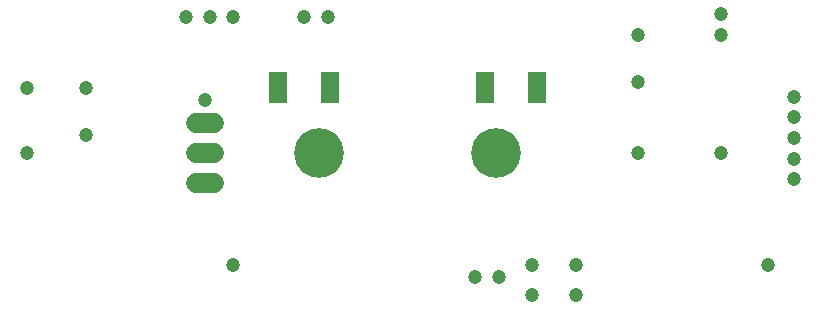
<source format=gbs>
G04 EAGLE Gerber X2 export*
%TF.Part,Single*%
%TF.FileFunction,Soldermask,Bot,1*%
%TF.FilePolarity,Negative*%
%TF.GenerationSoftware,Autodesk,EAGLE,9.1.0*%
%TF.CreationDate,2020-06-23T23:40:25Z*%
G75*
%MOMM*%
%FSLAX34Y34*%
%LPD*%
%AMOC8*
5,1,8,0,0,1.08239X$1,22.5*%
G01*
%ADD10R,1.603200X0.653200*%
%ADD11C,1.727200*%
%ADD12C,1.203200*%
%ADD13C,4.203200*%


D10*
X347000Y209750D03*
X347000Y203250D03*
X347000Y196750D03*
X347000Y190250D03*
X303000Y190250D03*
X303000Y196750D03*
X303000Y203250D03*
X303000Y209750D03*
X522000Y209750D03*
X522000Y203250D03*
X522000Y196750D03*
X522000Y190250D03*
X478000Y190250D03*
X478000Y196750D03*
X478000Y203250D03*
X478000Y209750D03*
D11*
X248620Y119600D02*
X233380Y119600D01*
X233380Y145000D02*
X248620Y145000D01*
X248620Y170400D02*
X233380Y170400D01*
D12*
X265000Y260000D03*
X325000Y260000D03*
X677500Y245000D03*
X607500Y145000D03*
X241250Y190000D03*
X345000Y260000D03*
X740000Y122500D03*
X740000Y175000D03*
X717500Y50000D03*
D13*
X337500Y145000D03*
D12*
X517500Y50000D03*
X555000Y50000D03*
X607500Y245000D03*
X517500Y25000D03*
X245000Y260000D03*
X490000Y40000D03*
X225000Y260000D03*
X740000Y192500D03*
X677500Y262500D03*
X470000Y40000D03*
X740000Y157500D03*
X677500Y145000D03*
X607500Y205000D03*
X740000Y140000D03*
X555000Y25000D03*
X140000Y200000D03*
X140000Y160000D03*
X265000Y50000D03*
X90000Y145000D03*
X90000Y200000D03*
D13*
X487500Y145000D03*
M02*

</source>
